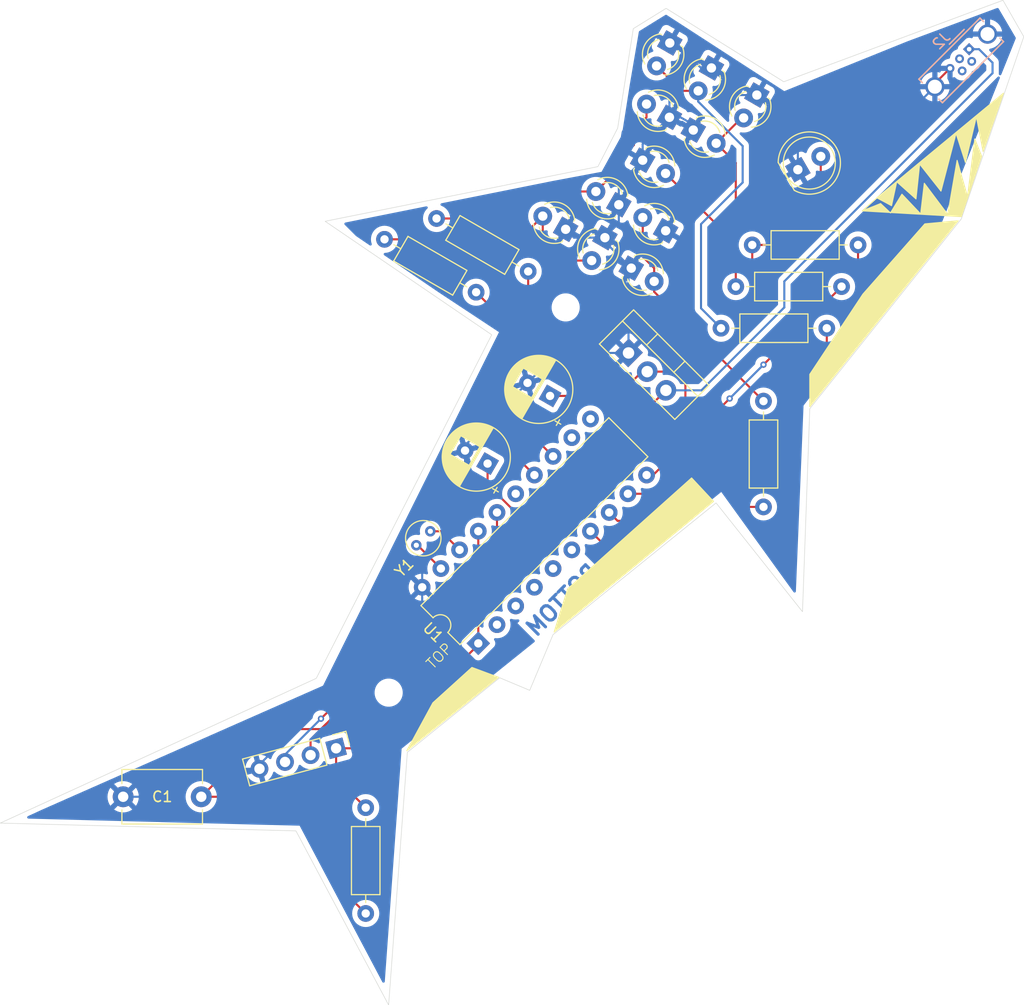
<source format=kicad_pcb>
(kicad_pcb (version 20240108) (generator "pcbnew") (generator_version "8.0")
  (layers (0 "F.Cu" signal) (31 "B.Cu" signal) (34 "B.Paste" user) (35 "F.Paste" user) (36 "B.SilkS" user "B.Silkscreen") (37 "F.SilkS" user "F.Silkscreen") (38 "B.Mask" user) (39 "F.Mask" user) (44 "Edge.Cuts" user))
  (net 0 "")
  (net 1 "/RST")
  (net 2 "GND")
  (net 3 "+3.3V")
  (net 4 "Net-(D10-A)")
  (net 5 "Net-(J2-VBUS)")
  (net 7 "Net-(D1-A)")
  (net 8 "/P 4.0")
  (net 9 "/P10")
  (net 10 "Net-(U1-P2.7{slash}XOUT)")
  (net 11 "Net-(U1-P2.6{slash}XIN{slash}TA0.1)")
  (net 12 "/P 3.0")
  (net 14 "Net-(D4-A)")
  (net 18 "/P1.0")
  (net 19 "/P 2.0")
  (net 20 "/P 5.0")
  (net 21 "/TST")
  (net 22 "Net-(D11-A)")
  (net 23 "/P7")
  (net 24 "/P8")
  (net 25 "/P9")
  (net 26 "/P14")
  (net 27 "/P12")
  (net 28 "/P13")
  (net 29 "Net-(D2-A)")
  (net 30 "Net-(D12-A)")
  (footprint "LED_THT:LED_D3.0mm" (layer "F.Cu") (at 164.607717 73.759953 150)
    (property "Reference" "D5" (hide yes))
    (property "Value" "LED" (hide yes))
    (pad "1" thru_hole rect (at 0 0 150) (size 1.8 1.8) (drill 0.9) (layers "*.Cu" "*.Mask") (net 2 "GND"))
    (pad "2" thru_hole circle (at 2.54 0 150) (size 1.8 1.8) (drill 0.9) (layers "*.Cu" "*.Mask") (net 7 "Net-(D1-A)"))
  )
  (footprint "LED_THT:LED_D3.0mm" (layer "F.Cu") (at 155.003535 73.622453 150)
    (property "Reference" "D3" (hide yes))
    (property "Value" "LED" (hide yes))
    (pad "1" thru_hole rect (at 0 0 150) (size 1.8 1.8) (drill 0.9) (layers "*.Cu" "*.Mask") (net 2 "GND"))
    (pad "2" thru_hole circle (at 2.54 0 150) (size 1.8 1.8) (drill 0.9) (layers "*.Cu" "*.Mask") (net 29 "Net-(D2-A)"))
  )
  (footprint "LED_THT:LED_D5.0mm" (layer "F.Cu") (at 177.30383 67.892453 30)
    (property "Reference" "D11" (hide yes))
    (property "Value" "LED")
    (pad "1" thru_hole rect (at 0 0 30) (size 1.8 1.8) (drill 0.9) (layers "*.Cu" "*.Mask") (net 2 "GND"))
    (pad "2" thru_hole circle (at 2.54 0 30) (size 1.8 1.8) (drill 0.9) (layers "*.Cu" "*.Mask") (net 22 "Net-(D11-A)"))
  )
  (footprint "MountingHole:MountingHole_2.2mm_M2" (layer "F.Cu") (at 138.003535 118.122453)
    (property "Reference" "H2" (hide yes))
    (property "Value" "MountingHole")
    (pad "" np_thru_hole circle (at 0 0) (size 2.2 2.2) (drill 2.2) (layers "*.Cu" "*.Mask"))
  )
  (footprint "Capacitor_THT:CP_Radial_D6.3mm_P2.50mm" (layer "F.Cu") (at 153.503535 89.622453 150)
    (property "Reference" "C2" (hide yes))
    (property "Value" "22u")
    (pad "1" thru_hole rect (at 0 0 150) (size 1.6 1.6) (drill 0.8) (layers "*.Cu" "*.Mask") (net 3 "+3.3V"))
    (pad "2" thru_hole circle (at 2.5 -0.000001 150) (size 1.6 1.6) (drill 0.8) (layers "*.Cu" "*.Mask") (net 2 "GND"))
  )
  (footprint "LED_THT:LED_D3.0mm" (layer "F.Cu") (at 165.003535 55.726635 -120)
    (property "Reference" "D9" (hide yes))
    (property "Value" "LED" (hide yes))
    (pad "1" thru_hole rect (at 0 0 240) (size 1.8 1.8) (drill 0.9) (layers "*.Cu" "*.Mask") (net 2 "GND"))
    (pad "2" thru_hole circle (at 2.54 0 240) (size 1.8 1.8) (drill 0.9) (layers "*.Cu" "*.Mask") (net 4 "Net-(D10-A)"))
  )
  (footprint "Resistor_THT:R_Axial_DIN0207_L6.3mm_D2.5mm_P10.16mm_Horizontal" (layer "F.Cu") (at 181.503535 79.122453 180)
    (property "Reference" "R3" (hide yes))
    (property "Value" "220" (hide yes))
    (pad "1" thru_hole circle (at 0 0 180) (size 1.6 1.6) (drill 0.8) (layers "*.Cu" "*.Mask") (net 9 "/P10"))
    (pad "2" thru_hole oval (at 10.16 0 180) (size 1.6 1.6) (drill 0.8) (layers "*.Cu" "*.Mask") (net 30 "Net-(D12-A)"))
  )
  (footprint "LED_THT:LED_D3.0mm" (layer "F.Cu") (at 160.107718 71.259953 150)
    (property "Reference" "D4" (hide yes))
    (property "Value" "LED" (hide yes))
    (pad "1" thru_hole rect (at 0 0 150) (size 1.8 1.8) (drill 0.9) (layers "*.Cu" "*.Mask") (net 2 "GND"))
    (pad "2" thru_hole circle (at 2.54 0 150) (size 1.8 1.8) (drill 0.9) (layers "*.Cu" "*.Mask") (net 14 "Net-(D4-A)"))
  )
  (footprint "Capacitor_THT:C_Disc_D7.5mm_W5.0mm_P7.50mm" (layer "F.Cu") (at 120.003535 128.122453 180)
    (property "Reference" "C1" (at 3.75 0 0) (layer "F.SilkS"))
    (property "Value" "1n" (hide yes))
    (pad "1" thru_hole circle (at 0 0 180) (size 2 2) (drill 1) (layers "*.Cu" "*.Mask") (net 1 "/RST"))
    (pad "2" thru_hole circle (at 7.5 0 180) (size 2 2) (drill 1) (layers "*.Cu" "*.Mask") (net 2 "GND"))
  )
  (footprint "LED_THT:LED_D3.0mm" (layer "F.Cu") (at 173.366035 60.726635 -120)
    (property "Reference" "D12" (hide yes))
    (property "Value" "LED" (hide yes))
    (pad "1" thru_hole rect (at 0 0 240) (size 1.8 1.8) (drill 0.9) (layers "*.Cu" "*.Mask") (net 2 "GND"))
    (pad "2" thru_hole circle (at 2.54 0 240) (size 1.8 1.8) (drill 0.9) (layers "*.Cu" "*.Mask") (net 30 "Net-(D12-A)"))
  )
  (footprint "LED_THT:LED_D3.0mm" (layer "F.Cu") (at 169.003535 58.122453 -120)
    (property "Reference" "D10" (hide yes))
    (property "Value" "LED" (hide yes))
    (pad "1" thru_hole rect (at 0 0 240) (size 1.8 1.8) (drill 0.9) (layers "*.Cu" "*.Mask") (net 2 "GND"))
    (pad "2" thru_hole circle (at 2.54 0 240) (size 1.8 1.8) (drill 0.9) (layers "*.Cu" "*.Mask") (net 4 "Net-(D10-A)"))
  )
  (footprint "Capacitor_THT:CP_Radial_D6.3mm_P2.50mm" (layer "F.Cu") (at 147.503535 96.122453 150)
    (property "Reference" "C3" (hide yes))
    (property "Value" "10u")
    (pad "1" thru_hole rect (at 0 0 150) (size 1.6 1.6) (drill 0.8) (layers "*.Cu" "*.Mask") (net 5 "Net-(J2-VBUS)"))
    (pad "2" thru_hole circle (at 2.5 -0.000001 150) (size 1.6 1.6) (drill 0.8) (layers "*.Cu" "*.Mask") (net 2 "GND"))
  )
  (footprint "LED_THT:LED_D3.0mm" (layer "F.Cu") (at 162.399353 66.984953 -30)
    (property "Reference" "D6" (hide yes))
    (property "Value" "LED" (hide yes))
    (pad "1" thru_hole rect (at 0 0 330) (size 1.8 1.8) (drill 0.9) (layers "*.Cu" "*.Mask") (net 2 "GND"))
    (pad "2" thru_hole circle (at 2.54 0 330) (size 1.8 1.8) (drill 0.9) (layers "*.Cu" "*.Mask") (net 22 "Net-(D11-A)"))
  )
  (footprint "LED_THT:LED_D3.0mm" (layer "F.Cu") (at 164.970217 62.864135 150)
    (property "Reference" "D7" (hide yes))
    (property "Value" "LED" (hide yes))
    (pad "1" thru_hole rect (at 0 0 150) (size 1.8 1.8) (drill 0.9) (layers "*.Cu" "*.Mask") (net 2 "GND"))
    (pad "2" thru_hole circle (at 2.54 0 150) (size 1.8 1.8) (drill 0.9) (layers "*.Cu" "*.Mask") (net 14 "Net-(D4-A)"))
  )
  (footprint "Resistor_THT:R_Axial_DIN0207_L6.3mm_D2.5mm_P10.16mm_Horizontal" (layer "F.Cu") (at 183.083535 75.122453 180)
    (property "Reference" "R2" (hide yes))
    (property "Value" "220" (hide yes))
    (pad "1" thru_hole circle (at 0 0 180) (size 1.6 1.6) (drill 0.8) (layers "*.Cu" "*.Mask") (net 24 "/P8"))
    (pad "2" thru_hole oval (at 10.159999 0.000002 180) (size 1.6 1.6) (drill 0.8) (layers "*.Cu" "*.Mask") (net 22 "Net-(D11-A)"))
  )
  (footprint "Package_DIP:DIP-20_W7.62mm" (layer "F.Cu") (at 146.611846 113.388154 135)
    (property "Reference" "U1" (at 3.81 -2.33 -45) (layer "F.SilkS"))
    (property "Value" "MSP430G2553IN20")
    (pad "1" thru_hole rect (at 0 0 135) (size 1.6 1.6) (drill 0.8) (layers "*.Cu" "*.Mask") (net 3 "+3.3V"))
    (pad "2" thru_hole oval (at 0 2.54 135) (size 1.6 1.6) (drill 0.8) (layers "*.Cu" "*.Mask") (net 18 "/P1.0"))
    (pad "3" thru_hole oval (at 0 5.079999 135) (size 1.6 1.6) (drill 0.8) (layers "*.Cu" "*.Mask") (net 19 "/P 2.0"))
    (pad "4" thru_hole oval (at 0 7.62 135) (size 1.6 1.6) (drill 0.8) (layers "*.Cu" "*.Mask") (net 12 "/P 3.0"))
    (pad "5" thru_hole oval (at 0 10.16 135) (size 1.6 1.6) (drill 0.8) (layers "*.Cu" "*.Mask") (net 8 "/P 4.0"))
    (pad "6" thru_hole oval (at 0 12.7 135) (size 1.6 1.6) (drill 0.8) (layers "*.Cu" "*.Mask") (net 20 "/P 5.0"))
    (pad "7" thru_hole oval (at 0 15.24 135) (size 1.6 1.6) (drill 0.8) (layers "*.Cu" "*.Mask") (net 23 "/P7"))
    (pad "8" thru_hole oval (at 0 17.780001 135) (size 1.6 1.6) (drill 0.8) (layers "*.Cu" "*.Mask") (net 24 "/P8"))
    (pad "9" thru_hole oval (at 0 20.32 135) (size 1.6 1.6) (drill 0.8) (layers "*.Cu" "*.Mask") (net 25 "/P9"))
    (pad "10" thru_hole oval (at 0 22.86 135) (size 1.6 1.6) (drill 0.8) (layers "*.Cu" "*.Mask") (net 9 "/P10"))
    (pad "11" thru_hole oval (at 7.62 22.86 135) (size 1.6 1.6) (drill 0.8) (layers "*.Cu" "*.Mask"))
    (pad "12" thru_hole oval (at 7.62 20.32 135) (size 1.6 1.6) (drill 0.8) (layers "*.Cu" "*.Mask") (net 27 "/P12"))
    (pad "13" thru_hole oval (at 7.62 17.78 135) (size 1.6 1.6) (drill 0.8) (layers "*.Cu" "*.Mask") (net 28 "/P13"))
    (pad "14" thru_hole oval (at 7.62 15.24 135) (size 1.6 1.6) (drill 0.8) (layers "*.Cu" "*.Mask") (net 26 "/P14"))
    (pad "15" thru_hole oval (at 7.62 12.7 135) (size 1.6 1.6) (drill 0.8) (layers "*.Cu" "*.Mask"))
    (pad "16" thru_hole oval (at 7.62 10.16 135) (size 1.6 1.6) (drill 0.8) (layers "*.Cu" "*.Mask") (net 1 "/RST"))
    (pad "17" thru_hole oval (at 7.62 7.62 135) (size 1.6 1.6) (drill 0.8) (layers "*.Cu" "*.Mask") (net 21 "/TST"))
    (pad "18" thru_hole oval (at 7.62 5.08 135) (size 1.6 1.6) (drill 0.8) (layers "*.Cu" "*.Mask") (net 10 "Net-(U1-P2.7{slash}XOUT)"))
    (pad "19" thru_hole oval (at 7.62 2.54 135) (size 1.6 1.6) (drill 0.8) (layers "*.Cu" "*.Mask") (net 11 "Net-(U1-P2.6{slash}XIN{slash}TA0.1)"))
    (pad "20" thru_hole oval (at 7.62 0 135) (size 1.6 1.6) (drill 0.8) (layers "*.Cu" "*.Mask") (net 2 "GND"))
  )
  (footprint "LED_THT:LED_D3.0mm" (layer "F.Cu") (at 158.773535 74.422748 -120)
    (property "Reference" "D2" (hide yes))
    (property "Value" "LED" (hide yes))
    (pad "1" thru_hole rect (at 0 0 240) (size 1.8 1.8) (drill 0.9) (layers "*.Cu" "*.Mask") (net 2 "GND"))
    (pad "2" thru_hole circle (at 2.54 0 240) (size 1.8 1.8) (drill 0.9) (layers "*.Cu" "*.Mask") (net 29 "Net-(D2-A)"))
  )
  (footprint "Resistor_THT:R_Axial_DIN0207_L6.3mm_D2.5mm_P10.16mm_Horizontal" (layer "F.Cu") (at 180.083535 83.122453 180)
    (property "Reference" "R4" (hide yes))
    (property "Value" "220" (hide yes))
    (pad "1" thru_hole circle (at 0 0 180) (size 1.6 1.6) (drill 0.8) (layers "*.Cu" "*.Mask") (net 25 "/P9"))
    (pad "2" thru_hole oval (at 10.16 0 180) (size 1.6 1.6) (drill 0.8) (layers "*.Cu" "*.Mask") (net 4 "Net-(D10-A)"))
  )
  (footprint "Resistor_THT:R_Axial_DIN0207_L6.3mm_D2.5mm_P10.16mm_Horizontal" (layer "F.Cu") (at 146.402944 79.662453 150)
    (property "Reference" "R8" (hide yes))
    (property "Value" "220" (hide yes))
    (pad "1" thru_hole circle (at 0 0 150) (size 1.6 1.6) (drill 0.8) (layers "*.Cu" "*.Mask") (net 26 "/P14"))
    (pad "2" thru_hole oval (at 10.16 0 150) (size 1.6 1.6) (drill 0.8) (layers "*.Cu" "*.Mask") (net 29 "Net-(D2-A)"))
  )
  (footprint "Resistor_THT:R_Axial_DIN0207_L6.3mm_D2.5mm_P10.16mm_Horizontal" (layer "F.Cu") (at 135.8 129.170001 -90)
    (property "Reference" "R1" (hide yes))
    (property "Value" "100k")
    (pad "1" thru_hole circle (at 0 0 270) (size 1.6 1.6) (drill 0.8) (layers "*.Cu" "*.Mask") (net 3 "+3.3V"))
    (pad "2" thru_hole oval (at 10.159999 0.000001 270) (size 1.6 1.6) (drill 0.8) (layers "*.Cu" "*.Mask") (net 1 "/RST"))
  )
  (footprint "LED_THT:LED_D3.0mm" (layer "F.Cu") (at 161.30383 77.352453 -30)
    (property "Reference" "D1" (hide yes))
    (property "Value" "LED" (hide yes))
    (pad "1" thru_hole rect (at 0 0 330) (size 1.8 1.8) (drill 0.9) (layers "*.Cu" "*.Mask") (net 2 "GND"))
    (pad "2" thru_hole circle (at 2.54 0 330) (size 1.8 1.8) (drill 0.9) (layers "*.Cu" "*.Mask") (net 7 "Net-(D1-A)"))
  )
  (footprint "Crystal:Crystal_C38-LF_D3.0mm_L8.0mm_Vertical" (layer "F.Cu") (at 142.003535 102.622453 -135)
    (property "Reference" "Y1" (at 4.242641 -0.707107 -135) (layer "F.SilkS"))
    (property "Value" "32kHz" (hide yes))
    (pad "1" thru_hole circle (at 0 0 225) (size 1 1) (drill 0.5) (layers "*.Cu" "*.Mask") (net 10 "Net-(U1-P2.7{slash}XOUT)"))
    (pad "2" thru_hole circle (at 1.9 0 225) (size 1 1) (drill 0.5) (layers "*.Cu" "*.Mask") (net 11 "Net-(U1-P2.6{slash}XIN{slash}TA0.1)"))
  )
  (footprint "Connector_PinHeader_2.54mm:PinHeader_1x04_P2.54mm_Vertical" (layer "F.Cu") (at 132.956988 123.465053 -75)
    (property "Reference" "J1" (hide yes))
    (property "Value" "Conn_01x04")
    (pad "1" thru_hole rect (at 0 0 285) (size 1.7 1.7) (drill 1) (layers "*.Cu" "*.Mask") (net 3 "+3.3V"))
    (pad "2" thru_hole oval (at -0.000001 2.540001 285) (size 1.7 1.7) (drill 1) (layers "*.Cu" "*.Mask") (net 1 "/RST"))
    (pad "3" thru_hole oval (at 0 5.08 285) (size 1.7 1.7) (drill 1) (layers "*.Cu" "*.Mask") (net 21 "/TST"))
    (pad "4" thru_hole oval (at 0 7.62 285) (size 1.7 1.7) (drill 1) (layers "*.Cu" "*.Mask") (net 2 "GND"))
  )
  (footprint "Resistor_THT:R_Axial_DIN0207_L6.3mm_D2.5mm_P10.16mm_Horizontal" (layer "F.Cu") (at 151.402944 77.662453 150)
    (property "Reference" "R7" (hide yes))
    (property "Value" "220" (hide yes))
    (pad "1" thru_hole circle (at 0 0 150) (size 1.6 1.6) (drill 0.8) (layers "*.Cu" "*.Mask") (net 28 "/P13"))
    (pad "2" thru_hole oval (at 10.16 0.000001 150) (size 1.6 1.6) (drill 0.8) (layers "*.Cu" "*.Mask") (net 14 "Net-(D4-A)"))
  )
  (footprint "LED_THT:LED_D3.0mm" (layer "F.Cu") (at 167.261853 64.089135 -30)
    (property "Reference" "D8" (hide yes))
    (property "Value" "LED" (hide yes))
    (pad "1" thru_hole rect (at 0 0 330) (size 1.8 1.8) (drill 0.9) (layers "*.Cu" "*.Mask") (net 2 "GND"))
    (pad "2" thru_hole circle (at 2.54 0 330) (size 1.8 1.8) (drill 0.9) (layers "*.Cu" "*.Mask") (net 30 "Net-(D12-A)"))
  )
  (footprint "Resistor_THT:R_Axial_DIN0207_L6.3mm_D2.5mm_P10.16mm_Horizontal" (layer "F.Cu") (at 174.003535 100.282453 90)
    (property "Reference" "R5" (hide yes))
    (property "Value" "220" (hide yes))
    (pad "1" thru_hole circle (at 0 0 90) (size 1.6 1.6) (drill 0.8) (layers "*.Cu" "*.Mask") (net 23 "/P7"))
    (pad "2" thru_hole oval (at 10.16 0 90) (size 1.6 1.6) (drill 0.8) (layers "*.Cu" "*.Mask") (net 7 "Net-(D1-A)"))
  )
  (footprint "Package_TO_SOT_THT:TO-220-3_Vertical" (layer "F.Cu") (at 161.039268 85.494619 -45)
    (property "Reference" "U2" (hide yes))
    (property "Value" "TLV1117-33")
    (pad "1" thru_hole rect (at 0 0 315) (size 1.905 2) (drill 1.1) (layers "*.Cu" "*.Mask") (net 2 "GND"))
    (pad "2" thru_hole oval (at 2.54 0.000001 315) (size 1.905 2) (drill 1.1) (layers "*.Cu" "*.Mask") (net 3 "+3.3V"))
    (pad "3" thru_hole oval (at 5.079999 0.000001 315) (size 1.905 2) (drill 1.1) (layers "*.Cu" "*.Mask") (net 5 "Net-(J2-VBUS)"))
  )
  (footprint "MountingHole:MountingHole_2.2mm_M2" (layer "F.Cu") (at 155.003535 81.122453)
    (property "Reference" "H1" (hide yes))
    (property "Value" "MountingHole")
    (pad "" np_thru_hole circle (at 0 0) (size 2.2 2.2) (drill 2.2) (layers "*.Cu" "*.Mask"))
  )
  (footprint "Connector_USB:USB_Micro-B_Wuerth_614105150721_Vertical_CircularHoles" (layer "B.Cu") (at 193.755203 56.322454 -135)
    (property "Reference" "J2" (at 1.300001 2.48 45) (layer "B.SilkS") (effects (justify mirror)))
    (property "Value" "USB_B_Micro")
    (pad "1" thru_hole rect (at 0 0 225) (size 0.84 0.84) (drill 0.44) (layers "*.Cu" "*.Mask") (net 5 "Net-(J2-VBUS)"))
    (pad "2" thru_hole circle (at 0.65 -1.000001 225) (size 0.84 0.84) (drill 0.44) (layers "*.Cu" "*.Mask"))
    (pad "3" thru_hole circle (at 1.3 0 225) (size 0.84 0.84) (drill 0.44) (layers "*.Cu" "*.Mask"))
    (pad "4" thru_hole circle (at 1.95 -1.000002 225) (size 0.84 0.84) (drill 0.44) (layers "*.Cu" "*.Mask"))
    (pad "5" thru_hole circle (at 2.600001 0.000002 225) (size 0.84 0.84) (drill 0.44) (layers "*.Cu" "*.Mask") (net 2 "GND"))
    (pad "6" thru_hole circle (at -2.275 -0.220001 225) (size 1.85 1.85) (drill 1.35) (layers "*.Cu" "*.Mask") (net 2 "GND"))
    (pad "6" thru_hole circle (at 4.875001 -0.220002 225) (size 1.85 1.85) (drill 1.35) (layers "*.Cu" "*.Mask") (net 2 "GND"))
  )
  (gr_poly (pts (xy 193 72.4) (xy 183.5 71.85) (xy 185.25 71.15) (xy 186.2 72.05) (xy 187.3 70.25) (xy 189.1 72.15) (xy 189.45 69.2) (xy 191.7 72.2) (xy 192.6 67) (xy 193.6 70.5) (xy 194.3 64.95) (xy 194.95 66.6)) (stroke (width 0.1)) (fill solid) (layer "F.SilkS"))
  (gr_poly (pts (xy 178.45 90.65) (xy 178.45 87.55) (xy 183.55 79.85) (xy 189.5 73.1) (xy 192.7 72.8)) (stroke (width 0.1)) (fill solid) (layer "F.SilkS"))
  (gr_line (start 184.9 70.6) (end 183.5 71.85) (stroke (width 0.1)) (layer "F.SilkS"))
  (gr_poly (pts (xy 139.75 123.7) (xy 142.25 119.1) (xy 146 115.7) (xy 148.55 116.65)) (stroke (width 0.1)) (fill solid) (layer "F.SilkS"))
  (gr_poly (pts (xy 153.9 112.3) (xy 155.2 108.15) (xy 167.1 97.5) (xy 169.2 99.75)) (stroke (width 0.1)) (fill solid) (layer "F.SilkS"))
  (gr_poly (pts (xy 184.9 70.6) (xy 186.3 71.35) (xy 186.8 69.05) (xy 188.65 70.7) (xy 189 67.35) (xy 191.05 69.95) (xy 192.5 64.4) (xy 193.4 67.2) (xy 194.45 62.8) (xy 195.1 66.15) (xy 197.05 60.55)) (stroke (width 0.1)) (fill solid) (layer "F.SilkS"))
  (gr_poly (pts (xy 100.7 130.65) (xy 129.1 131.4) (xy 138 148.122453) (xy 139.8 123.85) (xy 148.663742 116.690824) (xy 151.55 117.9) (xy 153.790421 112.550045) (xy 169.45 99.9) (xy 177.75 110.35) (xy 178.45 90.85) (xy 193.003535 72.622453) (xy 199.003535 55.122453) (xy 197.003535 51.622453) (xy 175.95 59.45) (xy 164.65 52.4) (xy 161.5 54.35) (xy 160 63.9) (xy 158.1 67.6) (xy 131.9 72.85) (xy 147.9 83.75) (xy 131.05 116.75)) (stroke (width 0.05)) (fill none) (layer "Edge.Cuts"))
  (gr_text "BOTTOM" (at 158.5 106.65 45) (layer "B.Cu") (effects (font (size 1.5 1.5) (thickness 0.3) (bold yes)) (justify left bottom mirror)))
  (gr_text "TOP" (at 142.25 116.05 45) (layer "F.SilkS") (effects (font (size 1 1) (thickness 0.1)) (justify left bottom)))
  (segment (start 135.979998 139.509999) (end 134.1 137.630001) (width 0.2) (layer "F.Cu") (net 1))
  (segment (start 129.872453 128.122453) (end 120.003535 128.122453) (width 0.2) (layer "F.Cu") (net 1))
  (segment (start 148.407897 104.718091) (end 148.407897 100.815795) (width 0.2) (layer "F.Cu") (net 1))
  (segment (start 132.003535 121.122453) (end 130.503535 122.622453) (width 0.2) (layer "F.Cu") (net 1))
  (segment (start 130.503535 122.622453) (end 130.503535 124.122453) (width 0.2) (layer "F.Cu") (net 1))
  (segment (start 126.503535 121.622453) (end 128.003535 121.622453) (width 0.2) (layer "F.Cu") (net 1))
  (segment (start 131.003535 121.622453) (end 131.503535 121.622453) (width 0.2) (layer "F.Cu") (net 1))
  (segment (start 134.1 132.35) (end 129.872453 128.122453) (width 0.2) (layer "F.Cu") (net 1))
  (segment (start 134.1 137.630001) (end 134.1 132.35) (width 0.2) (layer "F.Cu") (net 1))
  (segment (start 120.003535 128.122453) (end 126.503535 121.622453) (width 0.2) (layer "F.Cu") (net 1))
  (segment (start 128.003535 121.622453) (end 131.003535 121.622453) (width 0.2) (layer "F.Cu") (net 1))
  (segment (start 131.503535 121.622453) (end 148.407897 104.718091) (width 0.2) (layer "F.Cu") (net 1))
  (segment (start 195.519435 54.86935) (end 193.256638 54.86935) (width 0.2) (layer "F.Cu") (net 2))
  (segment (start 169.003535 58.122453) (end 168.003535 58.122453) (width 0.2) (layer "F.Cu") (net 2))
  (segment (start 191.916723 58.160931) (end 190.463622 59.614032) (width 0.2) (layer "F.Cu") (net 2))
  (segment (start 151.338471 88.872454) (end 151.338471 88.372454) (width 0.2) (layer "F.Cu") (net 2))
  (segment (start 190.503535 59.885252) (end 190.463622 59.925165) (width 0.2) (layer "F.Cu") (net 2))
  (segment (start 158.773535 74.422748) (end 158.773535 74.352453) (width 0.2) (layer "F.Cu") (net 2))
  (segment (start 193.256638 54.86935) (end 190.503535 57.622453) (width 0.2) (layer "F.Cu") (net 2))
  (segment (start 190.463622 59.614032) (end 190.463622 59.925165) (width 0.2) (layer "F.Cu") (net 2))
  (segment (start 165.607717 55.726635) (end 165.003535 55.726635) (width 0.2) (layer "F.Cu") (net 2))
  (segment (start 161.30383 77.06384) (end 161.30383 77.352453) (width 0.2) (layer "F.Cu") (net 2))
  (segment (start 190.503535 57.622453) (end 190.503535 59.885252) (width 0.2) (layer "F.Cu") (net 2))
  (segment (start 158.773535 74.822158) (end 158.773535 74.422748) (width 0.2) (layer "F.Cu") (net 2))
  (segment (start 168.003535 58.122453) (end 165.607717 55.726635) (width 0.2) (layer "B.Cu") (net 2))
  (segment (start 158.773535 74.352453) (end 160.107718 73.01827) (width 0.2) (layer "B.Cu") (net 2))
  (segment (start 166.036853 62.864135) (end 167.537165 63.73034) (width 0.2) (layer "B.Cu") (net 2))
  (segment (start 155.80383 74.422748) (end 155.003535 73.622453) (width 0.2) (layer "B.Cu") (net 2))
  (segment (start 178.003535 69.122453) (end 177.30383 68.422748) (width 0.2) (layer "B.Cu") (net 2))
  (segment (start 171.607717 60.726635) (end 173.366035 60.726635) (width 0.2) (layer "B.Cu") (net 2))
  (segment (start 190.463622 59.925165) (end 181.266334 69.122453) (width 0.2) (layer "B.Cu") (net 2))
  (segment (start 125.596633 125.437254) (end 125.596633 125.029355) (width 0.2) (layer "B.Cu") (net 2))
  (segment (start 181.266334 69.122453) (end 178.003535 69.122453) (width 0.2) (layer "B.Cu") (net 2))
  (segment (start 169.003535 58.122453) (end 171.607717 60.726635) (width 0.2) (layer "B.Cu") (net 2))
  (segment (start 151.338471 88.372454) (end 145.338471 94.372454) (width 0.2) (layer "B.Cu") (net 2))
  (segment (start 177.30383 64.66443) (end 173.366035 60.726635) (width 0.2) (layer "B.Cu") (net 2))
  (segment (start 158.773535 74.422748) (end 155.80383 74.422746) (width 0.2) (layer "B.Cu") (net 2))
  (segment (start 154.216306 85.494619) (end 151.338471 88.372454) (width 0.2) (layer "B.Cu") (net 2))
  (segment (start 160.107718 73.01827) (end 160.107718 71.259953) (width 0.2) (layer "B.Cu") (net 2))
  (segment (start 115.503535 128.122453) (end 112.503535 128.122453) (width 0.2) (layer "B.Cu") (net 2))
  (segment (start 161.039268 85.494619) (end 161.039268 77.617015) (width 0.2) (layer "B.Cu") (net 2))
  (segment (start 125.596633 125.029355) (end 131.75731 118.868678) (width 0.2) (layer "B.Cu") (net 2))
  (segment (start 141.223692 105.402296) (end 141.223692 108) (width 0.2) (layer "B.Cu") (net 2))
  (segment (start 177.30383 67.892453) (end 177.30383 64.66443) (width 0.2) (layer "B.Cu") (net 2))
  (segment (start 164.970217 59.655771) (end 167.253535 57.372453) (width 0.2) (layer "B.Cu") (net 2))
  (segment (start 145.338471 94.872454) (end 145.338471 101.287517) (width 0.2) (layer "B.Cu") (net 2))
  (segment (start 161.30383 77.352453) (end 158.773537 74.822157) (width 0.2) (layer "B.Cu") (net 2))
  (segment (start 145.338471 94.372454) (end 145.338471 94.872454) (width 0.2) (layer "B.Cu") (net 2))
  (segment (start 160.107718 69.276588) (end 162.399353 66.984953) (width 0.2) (layer "B.Cu") (net 2))
  (segment (start 164.970217 62.864135) (end 166.036853 62.864135) (width 0.2) (layer "B.Cu") (net 2))
  (segment (start 118.188734 125.437254) (end 115.503535 128.122453) (width 0.2) (layer "B.Cu") (net 2))
  (segment (start 164.607717 73.759953) (end 161.30383 77.06384) (width 0.2) (layer "B.Cu") (net 2))
  (segment (start 141.223692 109.820695) (end 141.223692 108) (width 0.2) (layer "B.Cu") (net 2))
  (segment (start 162.399353 66.984953) (end 162.399353 65.434999) (width 0.2) (layer "B.Cu") (net 2))
  (segment (start 131.75731 118.868678) (end 132.175709 118.868678) (width 0.2) (layer "B.Cu") (net 2))
  (segment (start 125.596633 125.437254) (end 118.188734 125.437254) (width 0.2) (layer "B.Cu") (net 2))
  (segment (start 162.399353 65.434999) (end 164.970217 62.864135) (width 0.2) (layer "B.Cu") (net 2))
  (segment (start 160.107718 71.259953) (end 160.107718 69.276588) (width 0.2) (layer "B.Cu") (net 2))
  (segment (start 161.039268 85.494619) (end 154.216306 85.494619) (width 0.2) (layer "B.Cu") (net 2))
  (segment (start 145.338471 101.287517) (end 141.223692 105.402296) (width 0.2) (layer "B.Cu") (net 2))
  (segment (start 161.039268 77.617015) (end 161.30383 77.352453) (width 0.2) (layer "B.Cu") (net 2))
  (segment (start 132.175709 118.868678) (end 141.223692 109.820695) (width 0.2) (layer "B.Cu") (net 2))
  (segment (start 177.30383 68.422748) (end 177.30383 67.892453) (width 0.2) (layer "B.Cu") (net 2))
  (segment (start 164.970217 62.864135) (end 164.970217 59.655771) (width 0.2) (layer "B.Cu") (net 2))
  (segment (start 146.611846 113.388154) (end 146.611846 107.514142) (width 0.2) (layer "F.Cu") (net 3))
  (segment (start 146.611846 113.514142) (end 146.611846 113.388154) (width 0.2) (layer "F.Cu") (net 3))
  (segment (start 132.956988 126.326989) (end 132.956988 123.465053) (width 0.2) (layer "F.Cu") (net 3))
  (segment (start 165.335317 87.290671) (end 162.835319 87.290671) (width 0.2) (layer "F.Cu") (net 3))
  (segment (start 135.345549 128.71555) (end 132.956988 126.326989) (width 0.2) (layer "F.Cu") (net 3))
  (segment (start 162.835319 87.290671) (end 162.335317 87.290671) (width 0.2) (layer "F.Cu") (net 3))
  (segment (start 162.335317 87.290671) (end 160.003535 89.622453) (width 0.2) (layer "F.Cu") (net 3))
  (segment (start 161.503535 92.622453) (end 164.003535 92.622453) (width 0.2) (layer "F.Cu") (net 3))
  (segment (start 160.003535 89.622453) (end 153.503535 89.622453) (width 0.2) (layer "F.Cu") (net 3))
  (segment (start 132.956988 123.465053) (end 136.660935 123.465053) (width 0.2) (layer "F.Cu") (net 3))
  (segment (start 136.01555 128.71555) (end 135.345549 128.71555) (width 0.2) (layer "F.Cu") (net 3))
  (segment (start 166.503535 88.458889) (end 165.335317 87.290671) (width 0.2) (layer "F.Cu") (net 3))
  (segment (start 136.660935 123.465053) (end 146.611846 113.514142) (width 0.2) (layer "F.Cu") (net 3))
  (segment (start 166.503535 90.122453) (end 166.503535 88.458889) (width 0.2) (layer "F.Cu") (net 3))
  (segment (start 146.611846 107.514142) (end 161.503535 92.622453) (width 0.2) (layer "F.Cu") (net 3))
  (segment (start 164.003535 92.622453) (end 166.503535 90.122453) (width 0.2) (layer "F.Cu") (net 3))
  (segment (start 167.733535 60.322158) (end 166.129353 60.322158) (width 0.2) (layer "F.Cu") (net 4))
  (segment (start 166.129353 60.322158) (end 163.733535 57.92634) (width 0.2) (layer "F.Cu") (net 4))
  (segment (start 167.733535 61.352453) (end 167.733535 60.322158) (width 0.2) (layer "B.Cu") (net 4))
  (segment (start 172.003535 69.122453) (end 172.003535 65.622453) (width 0.2) (layer "B.Cu") (net 4))
  (segment (start 168.003535 73.122453) (end 172.003535 69.122453) (width 0.2) (layer "B.Cu") (net 4))
  (segment (start 169.923535 83.122453) (end 168.003535 81.202453) (width 0.2) (layer "B.Cu") (net 4))
  (segment (start 172.003535 65.622453) (end 167.733535 61.352453) (width 0.2) (layer "B.Cu") (net 4))
  (segment (start 168.003535 81.202453) (end 168.003535 73.122453) (width 0.2) (layer "B.Cu") (net 4))
  (segment (start 162.095637 91.622453) (end 164.631369 89.086721) (width 0.2) (layer "F.Cu") (net 5))
  (segment (start 161.003535 91.622453) (end 162.095637 91.622453) (width 0.2) (layer "F.Cu") (net 5))
  (segment (start 152.003535 100.622453) (end 161.003535 91.622453) (width 0.2) (layer "F.Cu") (net 5))
  (segment (start 147.503535 96.122453) (end 147.503535 98.122453) (width 0.2) (layer "F.Cu") (net 5))
  (segment (start 147.503535 98.122453) (end 150.003535 100.622453) (width 0.2) (layer "F.Cu") (net 5))
  (segment (start 150.003535 100.622453) (end 152.003535 100.622453) (width 0.2) (layer "F.Cu") (net 5))
  (segment (start 176.003535 78.622453) (end 196.003535 58.622453) (width 0.2) (layer "B.Cu") (net 5))
  (segment (start 168.039267 89.086721) (end 176.003535 81.122453) (width 0.2) (layer "B.Cu") (net 5))
  (segment (start 194.703536 56.322454) (end 193.755203 56.322454) (width 0.2) (layer "B.Cu") (net 5))
  (segment (start 176.003535 81.122453) (end 176.003535 78.622453) (width 0.2) (layer "B.Cu") (net 5))
  (segment (start 196.003535 58.622453) (end 196.003535 57.622453) (width 0.2) (layer "B.Cu") (net 5))
  (segment (start 164.631369 89.086721) (end 168.039267 89.086721) (width 0.2) (layer "B.Cu") (net 5))
  (segment (start 196.003535 57.622453) (end 194.703536 56.322454) (width 0.2) (layer "B.Cu") (net 5))
  (segment (start 166.003535 82.122453) (end 163.503535 79.622453) (width 0.2) (layer "F.Cu") (net 7))
  (segment (start 162.408012 76.254138) (end 162.408012 72.489953) (width 0.2) (layer "F.Cu") (net 7))
  (segment (start 163.503535 77.349661) (end 162.408012 76.254138) (width 0.2) (layer "F.Cu") (net 7))
  (segment (start 163.503535 79.622453) (end 163.503535 78.622453) (width 0.2) (layer "F.Cu") (net 7))
  (segment (start 174.003535 90.122453) (end 166.003535 82.122453) (width 0.2) (layer "F.Cu") (net 7))
  (segment (start 163.503535 78.622453) (end 163.503535 77.349661) (width 0.2) (layer "F.Cu") (net 7))
  (segment (start 163.402295 97.223693) (end 162.776307 97.223693) (width 0.2) (layer "F.Cu") (net 9))
  (segment (start 170.753535 89.872453) (end 163.402295 97.223693) (width 0.2) (layer "F.Cu") (net 9))
  (segment (start 174.003535 86.622453) (end 181.503535 79.122453) (width 0.2) (layer "F.Cu") (net 9))
  (via (at 174.003535 86.622453) (size 0.6) (drill 0.3) (layers "F.Cu" "B.Cu") (net 9))
  (via (at 170.753535 89.872453) (size 0.6) (drill 0.3) (layers "F.Cu" "B.Cu") (net 9))
  (segment (start 170.753535 89.872453) (end 174.003535 86.622453) (width 0.2) (layer "B.Cu") (net 9))
  (segment (start 143.03035 102.622453) (end 144.815795 104.407898) (width 0.2) (layer "F.Cu") (net 10))
  (segment (start 142.003535 102.622453) (end 143.03035 102.622453) (width 0.2) (layer "F.Cu") (net 10))
  (segment (start 140.781751 103.965956) (end 140.660032 103.965956) (width 0.2) (layer "F.Cu") (net 11))
  (segment (start 143.019744 106.203949) (end 140.781751 103.965956) (width 0.2) (layer "F.Cu") (net 11))
  (segment (start 162.770512 62.855476) (end 162.770512 61.594135) (width 0.2) (layer "F.Cu") (net 14))
  (segment (start 161.557432 64.461518) (end 161.631112 63.994876) (width 0.2) (layer "F.Cu") (net 14))
  (segment (start 152.136035 69.989953) (end 157.908013 69.989953) (width 0.2) (layer "F.Cu") (net 14))
  (segment (start 160.003535 67.894431) (end 160.003535 67.081792) (width 0.2) (layer "F.Cu") (net 14))
  (segment (start 161.631112 63.994876) (end 162.770512 62.855476) (width 0.2) (layer "F.Cu") (net 14))
  (segment (start 160.003535 67.081792) (end 161.557432 65.527895) (width 0.2) (layer "F.Cu") (net 14))
  (segment (start 161.557432 65.527895) (end 161.557432 64.461518) (width 0.2) (layer "F.Cu") (net 14))
  (segment (start 157.908013 69.989953) (end 160.003535 67.894431) (width 0.2) (layer "F.Cu") (net 14))
  (segment (start 149.543536 72.582452) (end 152.136035 69.989953) (width 0.2) (layer "F.Cu") (net 14))
  (segment (start 142.604126 72.582452) (end 149.543536 72.582452) (width 0.2) (layer "F.Cu") (net 14))
  (segment (start 146.611846 102.611847) (end 146.611846 105.514142) (width 0.2) (layer "F.Cu") (net 21))
  (segment (start 146.611846 105.514142) (end 131.503535 120.622453) (width 0.2) (layer "F.Cu") (net 21))
  (segment (start 128.050085 124.575903) (end 128.050085 124.779854) (width 0.2) (layer "F.Cu") (net 21))
  (via (at 131.503535 120.622453) (size 0.6) (drill 0.3) (layers "F.Cu" "B.Cu") (net 21))
  (segment (start 131.503535 120.622453) (end 128.050085 124.075903) (width 0.2) (layer "B.Cu") (net 21))
  (segment (start 128.050085 124.075903) (end 128.050085 124.779854) (width 0.2) (layer "B.Cu") (net 21))
  (segment (start 175.003537 75.122451) (end 179.503535 70.622453) (width 0.2) (layer "F.Cu") (net 22))
  (segment (start 169.503535 73.15943) (end 164.599058 68.254953) (width 0.2) (layer "F.Cu") (net 22))
  (segment (start 172.923536 80.202452) (end 172.003535 81.122453) (width 0.2) (layer "F.Cu") (net 22))
  (segment (start 172.923536 75.122451) (end 175.003537 75.122451) (width 0.2) (layer "F.Cu") (net 22))
  (segment (start 170.003535 81.122453) (end 169.503535 80.622453) (width 0.2) (layer "F.Cu") (net 22))
  (segment (start 172.003535 81.122453) (end 170.003535 81.122453) (width 0.2) (layer "F.Cu") (net 22))
  (segment (start 169.503535 80.622453) (end 169.503535 73.15943) (width 0.2) (layer "F.Cu") (net 22))
  (segment (start 172.923536 75.122451) (end 172.923536 80.202452) (width 0.2) (layer "F.Cu") (net 22))
  (segment (start 179.503535 70.622453) (end 179.503535 66.622453) (width 0.2) (layer "F.Cu") (net 22))
  (segment (start 172.663535 100.282453) (end 174.003535 100.282453) (width 0.2) (layer "F.Cu") (net 23))
  (segment (start 170.902897 98.521815) (end 172.663535 100.282453) (width 0.2) (layer "F.Cu") (net 23))
  (segment (start 159.398759 104.622453) (end 161.942655 104.622453) (width 0.2) (layer "F.Cu") (net 23))
  (segment (start 161.942655 104.622453) (end 168.043293 98.521815) (width 0.2) (layer "F.Cu") (net 23))
  (segment (start 157.388153 102.611847) (end 159.398759 104.622453) (width 0.2) (layer "F.Cu") (net 23))
  (segment (start 168.043293 98.521815) (end 170.902897 98.521815) (width 0.2) (layer "F.Cu") (net 23))
  (segment (start 159.184205 100.815795) (end 159.990863 101.622453) (width 0.2) (layer "F.Cu") (net 24))
  (segment (start 170.404689 97.622453) (end 177.398379 90.628763) (width 0.2) (layer "F.Cu") (net 24))
  (segment (start 177.398379 89.161476) (end 183.083535 83.47632) (width 0.2) (layer "F.Cu") (net 24))
  (segment (start 167.810193 97.622453) (end 170.404689 97.622453) (width 0.2) (layer "F.Cu") (net 24))
  (segment (start 177.398379 90.628763) (end 177.398379 90.592955) (width 0.2) (layer "F.Cu") (net 24))
  (segment (start 183.083535 83.47632) (end 183.083535 75.122453) (width 0.2) (layer "F.Cu") (net 24))
  (segment (start 177.398379 90.592955) (end 177.383498 90.429266) (width 0.2) (layer "F.Cu") (net 24))
  (segment (start 177.398379 90.411409) (end 177.398379 89.161476) (width 0.2) (layer "F.Cu") (net 24))
  (segment (start 177.383498 90.429266) (end 177.398379 90.411409) (width 0.2) (layer "F.Cu") (net 24))
  (segment (start 163.810193 101.622453) (end 167.810193 97.622453) (width 0.2) (layer "F.Cu") (net 24))
  (segment (start 159.990863 101.622453) (end 163.810193 101.622453) (width 0.2) (layer "F.Cu") (net 24))
  (segment (start 165.106244 99.019744) (end 166.503535 97.622453) (width 0.2) (layer "F.Cu") (net 25))
  (segment (start 167.503535 96.622453) (end 170.003535 96.622453) (width 0.2) (layer "F.Cu") (net 25))
  (segment (start 160.980256 99.019744) (end 165.106244 99.019744) (width 0.2) (layer "F.Cu") (net 25))
  (segment (start 176.503535 88.622453) (end 180.083535 85.042453) (width 0.2) (layer "F.Cu") (net 25))
  (segment (start 176.503535 90.122453) (end 176.503535 88.622453) (width 0.2) (layer "F.Cu") (net 25))
  (segment (start 166.503535 97.622453) (end 167.503535 96.622453) (width 0.2) (layer "F.Cu") (net 25))
  (segment (start 180.083535 85.042453) (end 180.083535 83.122453) (width 0.2) (layer "F.Cu") (net 25))
  (segment (start 170.003535 96.622453) (end 176.503535 90.122453) (width 0.2) (layer "F.Cu") (net 25))
  (segment (start 148.503535 93.727228) (end 148.503535 86.464093) (width 0.2) (layer "F.Cu") (net 26))
  (segment (start 148.503535 86.464093) (end 150.003535 84.964093) (width 0.2) (layer "F.Cu") (net 26))
  (segment (start 150.003535 83.263044) (end 146.402944 79.662453) (width 0.2) (layer "F.Cu") (net 26))
  (segment (start 150.003535 84.964093) (end 150.003535 83.263044) (width 0.2) (layer "F.Cu") (net 26))
  (segment (start 152 97.223693) (end 148.503535 93.727228) (width 0.2) (layer "F.Cu") (net 26))
  (segment (start 149.503535 91.122453) (end 149.503535 87.122453) (width 0.2) (layer "F.Cu") (net 28))
  (segment (start 153.796051 95.427642) (end 150.003535 91.635126) (width 0.2) (layer "F.Cu") (net 28))
  (segment (start 151.402944 85.223044) (end 151.402944 77.662453) (width 0.2) (layer "F.Cu") (net 28))
  (segment (start 150.003535 91.635126) (end 150.003535 91.622453) (width 0.2) (layer "F.Cu") (net 28))
  (segment (start 150.003535 91.622453) (end 149.503535 91.122453) (width 0.2) (layer "F.Cu") (net 28))
  (segment (start 149.503535 87.122453) (end 151.402944 85.223044) (width 0.2) (layer "F.Cu") (net 28))
  (segment (start 137.604126 74.582453) (end 150.57383 74.582453) (width 0.2) (layer "F.Cu") (net 29))
  (segment (start 152.80383 72.352453) (end 152.80383 75.422748) (width 0.2) (layer "F.Cu") (net 29))
  (segment (start 150.57383 74.582453) (end 152.80383 72.352453) (width 0.2) (layer "F.Cu") (net 29))
  (segment (start 154.003535 76.622453) (end 157.503535 76.622453) (width 0.2) (layer "F.Cu") (net 29))
  (segment (start 152.80383 75.422748) (end 154.003535 76.622453) (width 0.2) (layer "F.Cu") (net 29))
  (segment (start 169.461558 65.359135) (end 171.894353 62.92634) (width 0.2) (layer "F.Cu") (net 30))
  (segment (start 171.343535 79.122453) (end 171.343535 67.241112) (width 0.2) (layer "F.Cu") (net 30))
  (segment (start 171.343535 67.241112) (end 169.461558 65.359135) (width 0.2) (layer "F.Cu") (net 30))
  (segment (start 171.894353 62.92634) (end 172.096035 62.92634) (width 0.2) (layer "F.Cu") (net 30))
  (zone (net 2) (net_name "GND") (layer "B.Cu") (connect_pads (clearance 0.5)) (min_thickness 0.25) (fill yes (thermal_gap 0.5) (thermal_bridge_width 0.5))
    (polygon (pts (xy 137.6 146.3) (xy 139.25 123.5) (xy 169.95 98.85) (xy 177.1 108.75) (xy 177.85 90.55) (xy 190.8 73.8) (xy 198.25 55.25) (xy 196.4 52.1) (xy 176 60.35) (xy 164.5 52.9) (xy 162.05 54.55) (xy 160.3 64.75) (xy 158.45 68.1) (xy 133.4 72.8) (xy 135.35 74.75) (xy 148.6 83.5) (xy 131.7 117.45) (xy 102.7 130.25) (xy 129.45 130.9)))
  )
)
</source>
